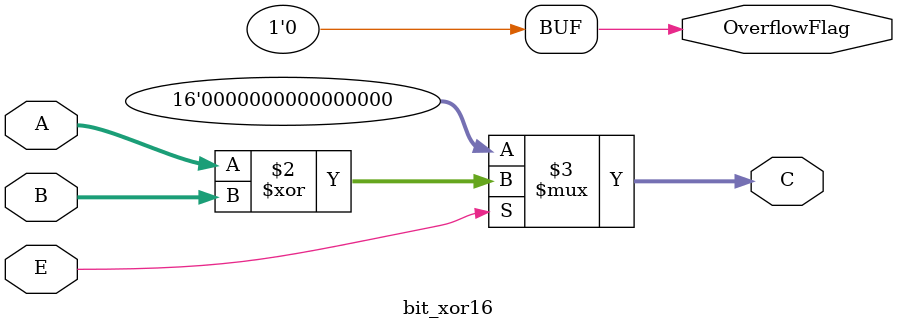
<source format=v>


// Output 1: C; calculation result, 16bit binary
// Output 2: OverflowFlag; 0
// Input 1: A; input, 16bit binary
// Input 2: B; input, 16bit binary
// Input 3: E; enable, 1bit binary

module bit_xor16 (output [15:0] C, output OverflowFlag,
	input [15:0] A, input [15:0] B, input E);
	
	assign OverflowFlag = 1'b0;
	assign C=(E == 1'b1)?(A ^ B):16'b0000000000000000;

endmodule

</source>
